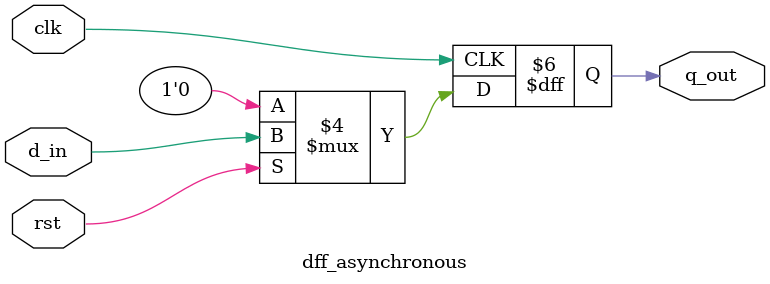
<source format=v>
module dff_asynchronous(
     output reg q_out,
  input clk,rst,
  input d_in );
  
  always @(posedge clk)
  begin
    if(!rst)
      q_out <= 0;
  else
    q_out <= d_in;
  end
endmodule

</source>
